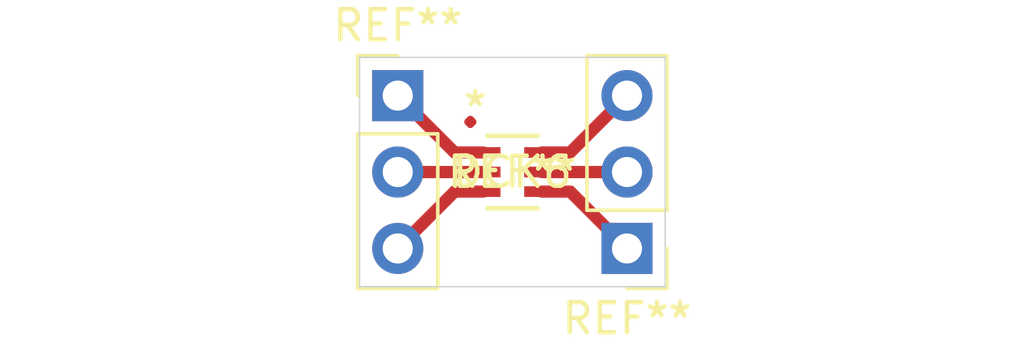
<source format=kicad_pcb>
(kicad_pcb (version 20171130) (host pcbnew "(5.1.0)-1")

  (general
    (thickness 1.6)
    (drawings 5)
    (tracks 10)
    (zones 0)
    (modules 3)
    (nets 1)
  )

  (page A4)
  (layers
    (0 F.Cu signal)
    (31 B.Cu signal)
    (32 B.Adhes user)
    (33 F.Adhes user)
    (34 B.Paste user)
    (35 F.Paste user)
    (36 B.SilkS user)
    (37 F.SilkS user)
    (38 B.Mask user)
    (39 F.Mask user)
    (40 Dwgs.User user)
    (41 Cmts.User user)
    (42 Eco1.User user)
    (43 Eco2.User user)
    (44 Edge.Cuts user)
    (45 Margin user)
    (46 B.CrtYd user)
    (47 F.CrtYd user)
    (48 B.Fab user)
    (49 F.Fab user)
  )

  (setup
    (last_trace_width 0.4064)
    (trace_clearance 0.4064)
    (zone_clearance 0.508)
    (zone_45_only no)
    (trace_min 0.254)
    (via_size 0.9144)
    (via_drill 0.4064)
    (via_min_size 0.254)
    (via_min_drill 0.381)
    (uvia_size 0.3)
    (uvia_drill 0.1)
    (uvias_allowed no)
    (uvia_min_size 0.2)
    (uvia_min_drill 0.1)
    (edge_width 0.05)
    (segment_width 0.2)
    (pcb_text_width 0.3)
    (pcb_text_size 1.5 1.5)
    (mod_edge_width 0.12)
    (mod_text_size 1 1)
    (mod_text_width 0.15)
    (pad_size 1.524 1.524)
    (pad_drill 0.762)
    (pad_to_mask_clearance 0.051)
    (solder_mask_min_width 0.25)
    (aux_axis_origin 0 0)
    (visible_elements FFFFFF7F)
    (pcbplotparams
      (layerselection 0x01000_7fffffff)
      (usegerberextensions false)
      (usegerberattributes false)
      (usegerberadvancedattributes false)
      (creategerberjobfile false)
      (excludeedgelayer true)
      (linewidth 0.100000)
      (plotframeref false)
      (viasonmask false)
      (mode 1)
      (useauxorigin false)
      (hpglpennumber 1)
      (hpglpenspeed 20)
      (hpglpendiameter 15.000000)
      (psnegative false)
      (psa4output false)
      (plotreference true)
      (plotvalue true)
      (plotinvisibletext false)
      (padsonsilk false)
      (subtractmaskfromsilk false)
      (outputformat 1)
      (mirror false)
      (drillshape 0)
      (scaleselection 1)
      (outputdirectory "gerbers/"))
  )

  (net 0 "")

  (net_class Default "This is the default net class."
    (clearance 0.4064)
    (trace_width 0.4064)
    (via_dia 0.9144)
    (via_drill 0.4064)
    (uvia_dia 0.3)
    (uvia_drill 0.1)
    (diff_pair_width 0.4064)
    (diff_pair_gap 0.4064)
  )

  (module Connector_PinHeader_2.54mm:PinHeader_1x03_P2.54mm_Vertical (layer F.Cu) (tedit 59FED5CC) (tstamp 5D017AB0)
    (at 135.89 82.55 180)
    (descr "Through hole straight pin header, 1x03, 2.54mm pitch, single row")
    (tags "Through hole pin header THT 1x03 2.54mm single row")
    (fp_text reference REF** (at 0 -2.33 180) (layer F.SilkS)
      (effects (font (size 1 1) (thickness 0.15)))
    )
    (fp_text value PinHeader_1x03_P2.54mm_Vertical (at 0 7.41 180) (layer F.Fab)
      (effects (font (size 1 1) (thickness 0.15)))
    )
    (fp_text user %R (at 0 2.54 270) (layer F.Fab)
      (effects (font (size 1 1) (thickness 0.15)))
    )
    (fp_line (start 1.8 -1.8) (end -1.8 -1.8) (layer F.CrtYd) (width 0.05))
    (fp_line (start 1.8 6.85) (end 1.8 -1.8) (layer F.CrtYd) (width 0.05))
    (fp_line (start -1.8 6.85) (end 1.8 6.85) (layer F.CrtYd) (width 0.05))
    (fp_line (start -1.8 -1.8) (end -1.8 6.85) (layer F.CrtYd) (width 0.05))
    (fp_line (start -1.33 -1.33) (end 0 -1.33) (layer F.SilkS) (width 0.12))
    (fp_line (start -1.33 0) (end -1.33 -1.33) (layer F.SilkS) (width 0.12))
    (fp_line (start -1.33 1.27) (end 1.33 1.27) (layer F.SilkS) (width 0.12))
    (fp_line (start 1.33 1.27) (end 1.33 6.41) (layer F.SilkS) (width 0.12))
    (fp_line (start -1.33 1.27) (end -1.33 6.41) (layer F.SilkS) (width 0.12))
    (fp_line (start -1.33 6.41) (end 1.33 6.41) (layer F.SilkS) (width 0.12))
    (fp_line (start -1.27 -0.635) (end -0.635 -1.27) (layer F.Fab) (width 0.1))
    (fp_line (start -1.27 6.35) (end -1.27 -0.635) (layer F.Fab) (width 0.1))
    (fp_line (start 1.27 6.35) (end -1.27 6.35) (layer F.Fab) (width 0.1))
    (fp_line (start 1.27 -1.27) (end 1.27 6.35) (layer F.Fab) (width 0.1))
    (fp_line (start -0.635 -1.27) (end 1.27 -1.27) (layer F.Fab) (width 0.1))
    (pad 3 thru_hole oval (at 0 5.08 180) (size 1.7 1.7) (drill 1) (layers *.Cu *.Mask))
    (pad 2 thru_hole oval (at 0 2.54 180) (size 1.7 1.7) (drill 1) (layers *.Cu *.Mask))
    (pad 1 thru_hole rect (at 0 0 180) (size 1.7 1.7) (drill 1) (layers *.Cu *.Mask))
    (model ${KISYS3DMOD}/Connector_PinHeader_2.54mm.3dshapes/PinHeader_1x03_P2.54mm_Vertical.wrl
      (at (xyz 0 0 0))
      (scale (xyz 1 1 1))
      (rotate (xyz 0 0 0))
    )
  )

  (module Connector_PinHeader_2.54mm:PinHeader_1x03_P2.54mm_Vertical (layer F.Cu) (tedit 59FED5CC) (tstamp 5D017A15)
    (at 128.27 77.47)
    (descr "Through hole straight pin header, 1x03, 2.54mm pitch, single row")
    (tags "Through hole pin header THT 1x03 2.54mm single row")
    (fp_text reference REF** (at 0 -2.33) (layer F.SilkS)
      (effects (font (size 1 1) (thickness 0.15)))
    )
    (fp_text value PinHeader_1x03_P2.54mm_Vertical (at 0 7.41) (layer F.Fab)
      (effects (font (size 1 1) (thickness 0.15)))
    )
    (fp_text user %R (at 0 2.54 90) (layer F.Fab)
      (effects (font (size 1 1) (thickness 0.15)))
    )
    (fp_line (start 1.8 -1.8) (end -1.8 -1.8) (layer F.CrtYd) (width 0.05))
    (fp_line (start 1.8 6.85) (end 1.8 -1.8) (layer F.CrtYd) (width 0.05))
    (fp_line (start -1.8 6.85) (end 1.8 6.85) (layer F.CrtYd) (width 0.05))
    (fp_line (start -1.8 -1.8) (end -1.8 6.85) (layer F.CrtYd) (width 0.05))
    (fp_line (start -1.33 -1.33) (end 0 -1.33) (layer F.SilkS) (width 0.12))
    (fp_line (start -1.33 0) (end -1.33 -1.33) (layer F.SilkS) (width 0.12))
    (fp_line (start -1.33 1.27) (end 1.33 1.27) (layer F.SilkS) (width 0.12))
    (fp_line (start 1.33 1.27) (end 1.33 6.41) (layer F.SilkS) (width 0.12))
    (fp_line (start -1.33 1.27) (end -1.33 6.41) (layer F.SilkS) (width 0.12))
    (fp_line (start -1.33 6.41) (end 1.33 6.41) (layer F.SilkS) (width 0.12))
    (fp_line (start -1.27 -0.635) (end -0.635 -1.27) (layer F.Fab) (width 0.1))
    (fp_line (start -1.27 6.35) (end -1.27 -0.635) (layer F.Fab) (width 0.1))
    (fp_line (start 1.27 6.35) (end -1.27 6.35) (layer F.Fab) (width 0.1))
    (fp_line (start 1.27 -1.27) (end 1.27 6.35) (layer F.Fab) (width 0.1))
    (fp_line (start -0.635 -1.27) (end 1.27 -1.27) (layer F.Fab) (width 0.1))
    (pad 3 thru_hole oval (at 0 5.08) (size 1.7 1.7) (drill 1) (layers *.Cu *.Mask))
    (pad 2 thru_hole oval (at 0 2.54) (size 1.7 1.7) (drill 1) (layers *.Cu *.Mask))
    (pad 1 thru_hole rect (at 0 0) (size 1.7 1.7) (drill 1) (layers *.Cu *.Mask))
    (model ${KISYS3DMOD}/Connector_PinHeader_2.54mm.3dshapes/PinHeader_1x03_P2.54mm_Vertical.wrl
      (at (xyz 0 0 0))
      (scale (xyz 1 1 1))
      (rotate (xyz 0 0 0))
    )
  )

  (module footprints:INA213AIDCKR (layer F.Cu) (tedit 0) (tstamp 5D01773C)
    (at 132.08 80.01)
    (fp_text reference REF** (at 0 0) (layer F.SilkS)
      (effects (font (size 1 1) (thickness 0.15)))
    )
    (fp_text value DCK6 (at 0 0) (layer F.SilkS)
      (effects (font (size 1 1) (thickness 0.15)))
    )
    (fp_arc (start 0 -1.0795) (end 0.3048 -1.0795) (angle 180) (layer F.Fab) (width 0.1524))
    (fp_line (start -0.9652 1.0818) (end -1.8161 1.0818) (layer F.CrtYd) (width 0.1524))
    (fp_line (start -0.9652 1.3335) (end -0.9652 1.0818) (layer F.CrtYd) (width 0.1524))
    (fp_line (start 0.9652 1.3335) (end -0.9652 1.3335) (layer F.CrtYd) (width 0.1524))
    (fp_line (start 0.9652 1.0818) (end 0.9652 1.3335) (layer F.CrtYd) (width 0.1524))
    (fp_line (start 1.8161 1.0818) (end 0.9652 1.0818) (layer F.CrtYd) (width 0.1524))
    (fp_line (start 1.8161 -1.0818) (end 1.8161 1.0818) (layer F.CrtYd) (width 0.1524))
    (fp_line (start 0.9652 -1.0818) (end 1.8161 -1.0818) (layer F.CrtYd) (width 0.1524))
    (fp_line (start 0.9652 -1.3335) (end 0.9652 -1.0818) (layer F.CrtYd) (width 0.1524))
    (fp_line (start -0.9652 -1.3335) (end 0.9652 -1.3335) (layer F.CrtYd) (width 0.1524))
    (fp_line (start -0.9652 -1.0818) (end -0.9652 -1.3335) (layer F.CrtYd) (width 0.1524))
    (fp_line (start -1.8161 -1.0818) (end -0.9652 -1.0818) (layer F.CrtYd) (width 0.1524))
    (fp_line (start -1.8161 1.0818) (end -1.8161 -1.0818) (layer F.CrtYd) (width 0.1524))
    (fp_line (start -0.7112 -1.0795) (end -0.7112 1.0795) (layer F.Fab) (width 0.1524))
    (fp_line (start 0.7112 -1.0795) (end -0.7112 -1.0795) (layer F.Fab) (width 0.1524))
    (fp_line (start 0.7112 1.0795) (end 0.7112 -1.0795) (layer F.Fab) (width 0.1524))
    (fp_line (start -0.7112 1.0795) (end 0.7112 1.0795) (layer F.Fab) (width 0.1524))
    (fp_line (start 0.8382 -1.2065) (end -0.8382 -1.2065) (layer F.SilkS) (width 0.1524))
    (fp_line (start -0.8382 1.2065) (end 0.8382 1.2065) (layer F.SilkS) (width 0.1524))
    (fp_line (start 1.2065 -0.8024) (end 0.7112 -0.8024) (layer F.Fab) (width 0.1524))
    (fp_line (start 1.2065 -0.4976) (end 1.2065 -0.8024) (layer F.Fab) (width 0.1524))
    (fp_line (start 0.7112 -0.4976) (end 1.2065 -0.4976) (layer F.Fab) (width 0.1524))
    (fp_line (start 0.7112 -0.8024) (end 0.7112 -0.4976) (layer F.Fab) (width 0.1524))
    (fp_line (start 1.2065 -0.1524) (end 0.7112 -0.1524) (layer F.Fab) (width 0.1524))
    (fp_line (start 1.2065 0.1524) (end 1.2065 -0.1524) (layer F.Fab) (width 0.1524))
    (fp_line (start 0.7112 0.1524) (end 1.2065 0.1524) (layer F.Fab) (width 0.1524))
    (fp_line (start 0.7112 -0.1524) (end 0.7112 0.1524) (layer F.Fab) (width 0.1524))
    (fp_line (start 1.2065 0.4976) (end 0.7112 0.4976) (layer F.Fab) (width 0.1524))
    (fp_line (start 1.2065 0.8024) (end 1.2065 0.4976) (layer F.Fab) (width 0.1524))
    (fp_line (start 0.7112 0.8024) (end 1.2065 0.8024) (layer F.Fab) (width 0.1524))
    (fp_line (start 0.7112 0.4976) (end 0.7112 0.8024) (layer F.Fab) (width 0.1524))
    (fp_line (start -1.2065 0.8024) (end -0.7112 0.8024) (layer F.Fab) (width 0.1524))
    (fp_line (start -1.2065 0.4976) (end -1.2065 0.8024) (layer F.Fab) (width 0.1524))
    (fp_line (start -0.7112 0.4976) (end -1.2065 0.4976) (layer F.Fab) (width 0.1524))
    (fp_line (start -0.7112 0.8024) (end -0.7112 0.4976) (layer F.Fab) (width 0.1524))
    (fp_line (start -1.2065 0.1524) (end -0.7112 0.1524) (layer F.Fab) (width 0.1524))
    (fp_line (start -1.2065 -0.1524) (end -1.2065 0.1524) (layer F.Fab) (width 0.1524))
    (fp_line (start -0.7112 -0.1524) (end -1.2065 -0.1524) (layer F.Fab) (width 0.1524))
    (fp_line (start -0.7112 0.1524) (end -0.7112 -0.1524) (layer F.Fab) (width 0.1524))
    (fp_line (start -1.2065 -0.4976) (end -0.7112 -0.4976) (layer F.Fab) (width 0.1524))
    (fp_line (start -1.2065 -0.8024) (end -1.2065 -0.4976) (layer F.Fab) (width 0.1524))
    (fp_line (start -0.7112 -0.8024) (end -1.2065 -0.8024) (layer F.Fab) (width 0.1524))
    (fp_line (start -0.7112 -0.4976) (end -0.7112 -0.8024) (layer F.Fab) (width 0.1524))
    (fp_text user * (at -0.3302 -1.0033) (layer F.Fab)
      (effects (font (size 1 1) (thickness 0.15)))
    )
    (fp_text user * (at -1.2319 -2.1486) (layer F.SilkS)
      (effects (font (size 1 1) (thickness 0.15)))
    )
    (fp_text user "Copyright 2016 Accelerated Designs. All rights reserved." (at 0 0) (layer Cmts.User)
      (effects (font (size 0.127 0.127) (thickness 0.002)))
    )
    (pad 6 smd rect (at 0.9779 -0.649999) (size 1.1684 0.3556) (layers F.Cu F.Paste F.Mask))
    (pad 5 smd rect (at 0.9779 0) (size 1.1684 0.3556) (layers F.Cu F.Paste F.Mask))
    (pad 4 smd rect (at 0.9779 0.649999) (size 1.1684 0.3556) (layers F.Cu F.Paste F.Mask))
    (pad 3 smd rect (at -0.9779 0.649999) (size 1.1684 0.3556) (layers F.Cu F.Paste F.Mask))
    (pad 2 smd rect (at -0.9779 0) (size 1.1684 0.3556) (layers F.Cu F.Paste F.Mask))
    (pad 1 smd rect (at -0.9779 -0.649999) (size 1.1684 0.3556) (layers F.Cu F.Paste F.Mask))
  )

  (gr_text . (at 130.683 77.724) (layer F.Cu)
    (effects (font (size 1.524 1.524) (thickness 0.254)))
  )
  (gr_line (start 127 83.82) (end 127 76.2) (layer Edge.Cuts) (width 0.05) (tstamp 5D017B16))
  (gr_line (start 137.16 83.82) (end 127 83.82) (layer Edge.Cuts) (width 0.05))
  (gr_line (start 137.16 76.2) (end 137.16 83.82) (layer Edge.Cuts) (width 0.05))
  (gr_line (start 127 76.2) (end 137.16 76.2) (layer Edge.Cuts) (width 0.05))

  (segment (start 130.160001 79.360001) (end 128.27 77.47) (width 0.4064) (layer F.Cu) (net 0))
  (segment (start 131.1021 79.360001) (end 130.160001 79.360001) (width 0.4064) (layer F.Cu) (net 0))
  (segment (start 131.1021 80.01) (end 128.27 80.01) (width 0.4064) (layer F.Cu) (net 0))
  (segment (start 130.160001 80.659999) (end 128.27 82.55) (width 0.4064) (layer F.Cu) (net 0))
  (segment (start 131.1021 80.659999) (end 130.160001 80.659999) (width 0.4064) (layer F.Cu) (net 0))
  (segment (start 133.999999 79.360001) (end 135.89 77.47) (width 0.4064) (layer F.Cu) (net 0))
  (segment (start 133.0579 79.360001) (end 133.999999 79.360001) (width 0.4064) (layer F.Cu) (net 0))
  (segment (start 133.0579 80.01) (end 135.89 80.01) (width 0.4064) (layer F.Cu) (net 0))
  (segment (start 133.999999 80.659999) (end 135.89 82.55) (width 0.4064) (layer F.Cu) (net 0))
  (segment (start 133.0579 80.659999) (end 133.999999 80.659999) (width 0.4064) (layer F.Cu) (net 0))

)

</source>
